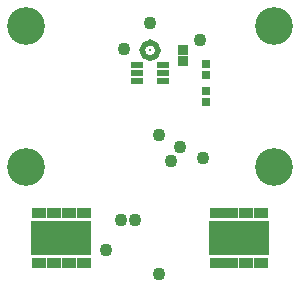
<source format=gts>
G04 Layer_Color=8388736*
%FSAX24Y24*%
%MOIN*%
G70*
G01*
G75*
%ADD26C,0.0198*%
%ADD27C,0.0198*%
%ADD28R,0.0395X0.0237*%
%ADD29R,0.1989X0.1174*%
%ADD30R,0.0478X0.0336*%
%ADD31R,0.0316X0.0297*%
%ADD32R,0.0332X0.0332*%
%ADD33C,0.0080*%
%ADD34C,0.1261*%
%ADD35C,0.0356*%
%ADD36C,0.0434*%
D26*
X018637Y021178D02*
G03*
X018371Y021444I-000266J000000D01*
G01*
D02*
G03*
X018106Y021178I000000J-000266D01*
G01*
X018371Y020913D02*
G03*
X018637Y021178I000000J000266D01*
G01*
X018106D02*
G03*
X018371Y020913I000266J000000D01*
G01*
D27*
X018637Y021178D02*
D03*
X018106D02*
D03*
X018371Y021444D02*
D03*
Y020913D02*
D03*
D28*
X017948Y020676D02*
D03*
Y020420D02*
D03*
Y020165D02*
D03*
X018794Y020676D02*
D03*
Y020420D02*
D03*
Y020165D02*
D03*
D29*
X015418Y014919D02*
D03*
X021324D02*
D03*
D30*
X016157Y015753D02*
D03*
X015665D02*
D03*
X015172D02*
D03*
X014680D02*
D03*
X016157Y014084D02*
D03*
X015665D02*
D03*
X015172D02*
D03*
X014680D02*
D03*
X020586Y014084D02*
D03*
X021078D02*
D03*
X021570D02*
D03*
X022062D02*
D03*
X020586Y015753D02*
D03*
X021078D02*
D03*
X021570D02*
D03*
X022062D02*
D03*
D31*
X020241Y019466D02*
D03*
Y019840D02*
D03*
Y020342D02*
D03*
Y020716D02*
D03*
D32*
X019454Y021202D02*
D03*
Y020840D02*
D03*
D33*
X018371Y021178D02*
D03*
D34*
X022505Y017281D02*
D03*
Y022005D02*
D03*
X014237D02*
D03*
Y017281D02*
D03*
D35*
X016206Y015312D02*
D03*
Y014919D02*
D03*
Y014525D02*
D03*
X015812Y015312D02*
D03*
Y014919D02*
D03*
Y014525D02*
D03*
X015418Y015312D02*
D03*
Y014919D02*
D03*
Y014525D02*
D03*
X015025Y015312D02*
D03*
Y014919D02*
D03*
Y014525D02*
D03*
X014631Y015312D02*
D03*
Y014919D02*
D03*
Y014525D02*
D03*
X020537Y014525D02*
D03*
Y014919D02*
D03*
Y015312D02*
D03*
X020930Y014525D02*
D03*
Y014919D02*
D03*
Y015312D02*
D03*
X021324Y014525D02*
D03*
Y014919D02*
D03*
Y015312D02*
D03*
X021718Y014525D02*
D03*
Y014919D02*
D03*
Y015312D02*
D03*
X022111Y014525D02*
D03*
Y014919D02*
D03*
Y015312D02*
D03*
D36*
X017879Y015509D02*
D03*
X017387D02*
D03*
X016895Y014525D02*
D03*
X020044Y021513D02*
D03*
X018371Y022104D02*
D03*
X017485Y021218D02*
D03*
X018667Y013737D02*
D03*
Y018363D02*
D03*
X019356Y017970D02*
D03*
X019060Y017478D02*
D03*
X020143Y017576D02*
D03*
M02*

</source>
